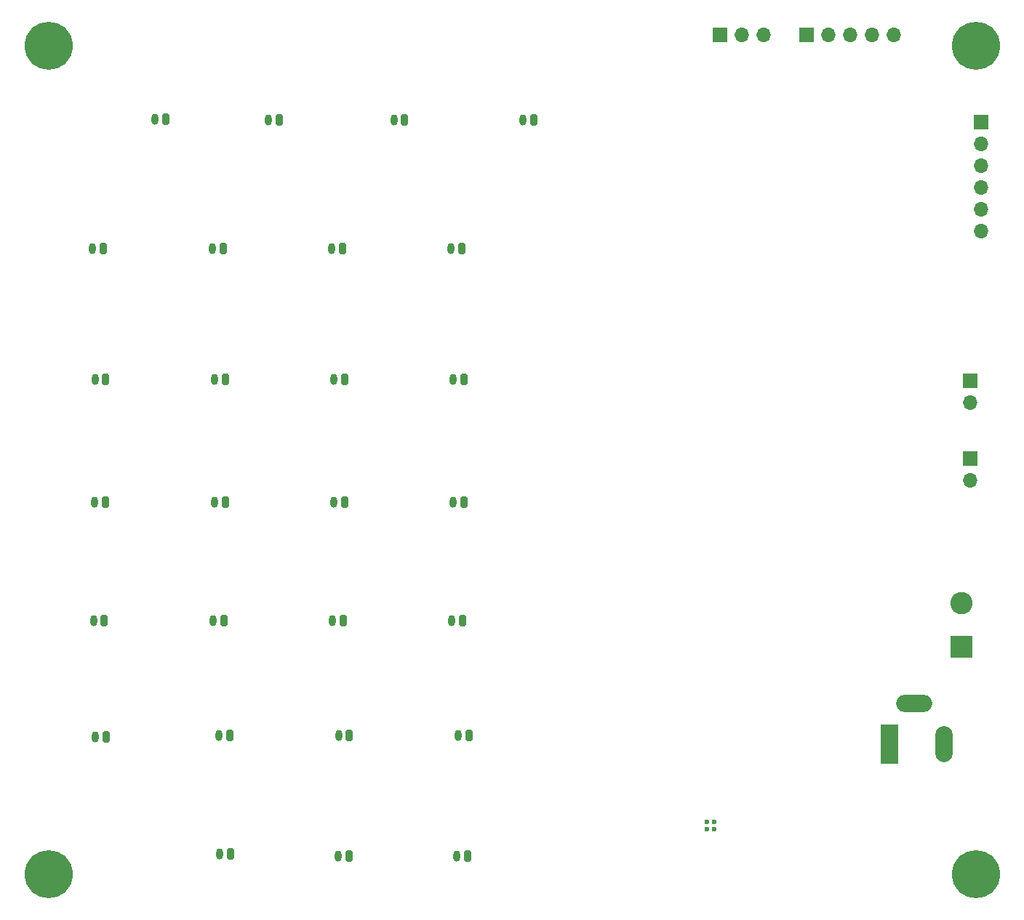
<source format=gbr>
%TF.GenerationSoftware,KiCad,Pcbnew,7.0.7*%
%TF.CreationDate,2024-01-27T11:11:08-08:00*%
%TF.ProjectId,KASM_PCB_REV1,4b41534d-5f50-4434-925f-524556312e6b,rev?*%
%TF.SameCoordinates,Original*%
%TF.FileFunction,Soldermask,Bot*%
%TF.FilePolarity,Negative*%
%FSLAX46Y46*%
G04 Gerber Fmt 4.6, Leading zero omitted, Abs format (unit mm)*
G04 Created by KiCad (PCBNEW 7.0.7) date 2024-01-27 11:11:08*
%MOMM*%
%LPD*%
G01*
G04 APERTURE LIST*
G04 Aperture macros list*
%AMRoundRect*
0 Rectangle with rounded corners*
0 $1 Rounding radius*
0 $2 $3 $4 $5 $6 $7 $8 $9 X,Y pos of 4 corners*
0 Add a 4 corners polygon primitive as box body*
4,1,4,$2,$3,$4,$5,$6,$7,$8,$9,$2,$3,0*
0 Add four circle primitives for the rounded corners*
1,1,$1+$1,$2,$3*
1,1,$1+$1,$4,$5*
1,1,$1+$1,$6,$7*
1,1,$1+$1,$8,$9*
0 Add four rect primitives between the rounded corners*
20,1,$1+$1,$2,$3,$4,$5,0*
20,1,$1+$1,$4,$5,$6,$7,0*
20,1,$1+$1,$6,$7,$8,$9,0*
20,1,$1+$1,$8,$9,$2,$3,0*%
G04 Aperture macros list end*
%ADD10RoundRect,0.200000X0.200000X0.450000X-0.200000X0.450000X-0.200000X-0.450000X0.200000X-0.450000X0*%
%ADD11O,0.800000X1.300000*%
%ADD12R,1.700000X1.700000*%
%ADD13O,1.700000X1.700000*%
%ADD14C,5.600000*%
%ADD15C,0.600000*%
%ADD16R,2.000000X4.600000*%
%ADD17O,2.000000X4.200000*%
%ADD18O,4.200000X2.000000*%
%ADD19R,2.600000X2.600000*%
%ADD20C,2.600000*%
G04 APERTURE END LIST*
D10*
%TO.C,J38*%
X116974726Y-88409616D03*
D11*
X115724726Y-88409616D03*
%TD*%
D12*
%TO.C,J7*%
X146735800Y-48260000D03*
D13*
X149275800Y-48260000D03*
X151815800Y-48260000D03*
%TD*%
D10*
%TO.C,J44*%
X89146852Y-102713200D03*
D11*
X87896852Y-102713200D03*
%TD*%
D14*
%TO.C,H2*%
X68580000Y-146050000D03*
%TD*%
D10*
%TO.C,J8*%
X75260474Y-130043600D03*
D11*
X74010474Y-130043600D03*
%TD*%
D10*
%TO.C,J40*%
X89752063Y-143658000D03*
D11*
X88502063Y-143658000D03*
%TD*%
D12*
%TO.C,J5*%
X177165000Y-58420000D03*
D13*
X177165000Y-60960000D03*
X177165000Y-63500000D03*
X177165000Y-66040000D03*
X177165000Y-68580000D03*
X177165000Y-71120000D03*
%TD*%
D10*
%TO.C,J35*%
X110046663Y-58182600D03*
D11*
X108796663Y-58182600D03*
%TD*%
D14*
%TO.C,H4*%
X176530000Y-146050000D03*
%TD*%
D10*
%TO.C,J13*%
X82215863Y-58125574D03*
D11*
X80965863Y-58125574D03*
%TD*%
D10*
%TO.C,J48*%
X102890863Y-116493589D03*
D11*
X101640863Y-116493589D03*
%TD*%
D10*
%TO.C,J43*%
X103056852Y-102713200D03*
D11*
X101806852Y-102713200D03*
%TD*%
D15*
%TO.C,U2*%
X146053701Y-140792699D03*
X146053701Y-140005299D03*
X145266301Y-140792699D03*
X145266301Y-140005299D03*
%TD*%
D10*
%TO.C,J52*%
X89693910Y-129933600D03*
D11*
X88443910Y-129933600D03*
%TD*%
D10*
%TO.C,J50*%
X95423488Y-58208000D03*
D11*
X94173488Y-58208000D03*
%TD*%
D10*
%TO.C,J56*%
X88891497Y-73138994D03*
D11*
X87641497Y-73138994D03*
%TD*%
D12*
%TO.C,J3*%
X175900000Y-97678233D03*
D13*
X175900000Y-100218233D03*
%TD*%
D10*
%TO.C,J37*%
X88980863Y-116493589D03*
D11*
X87730863Y-116493589D03*
%TD*%
D10*
%TO.C,J54*%
X75244726Y-88409616D03*
D11*
X73994726Y-88409616D03*
%TD*%
D10*
%TO.C,J41*%
X89154726Y-88409616D03*
D11*
X87904726Y-88409616D03*
%TD*%
D10*
%TO.C,J58*%
X116800863Y-116493589D03*
D11*
X115550863Y-116493589D03*
%TD*%
D10*
%TO.C,J46*%
X103603910Y-129933600D03*
D11*
X102353910Y-129933600D03*
%TD*%
D12*
%TO.C,J6*%
X156845000Y-48260000D03*
D13*
X159385000Y-48260000D03*
X161925000Y-48260000D03*
X164465000Y-48260000D03*
X167005000Y-48260000D03*
%TD*%
D10*
%TO.C,J53*%
X116711497Y-73138994D03*
D11*
X115461497Y-73138994D03*
%TD*%
D10*
%TO.C,J45*%
X103064726Y-88409616D03*
D11*
X101814726Y-88409616D03*
%TD*%
D10*
%TO.C,J42*%
X75236852Y-102713200D03*
D11*
X73986852Y-102713200D03*
%TD*%
D10*
%TO.C,J51*%
X117513910Y-129933600D03*
D11*
X116263910Y-129933600D03*
%TD*%
D10*
%TO.C,J39*%
X75070863Y-116493589D03*
D11*
X73820863Y-116493589D03*
%TD*%
D14*
%TO.C,H1*%
X68580000Y-49530000D03*
%TD*%
D16*
%TO.C,J1*%
X166497000Y-130952000D03*
D17*
X172797000Y-130952000D03*
D18*
X169397000Y-126152000D03*
%TD*%
D12*
%TO.C,J4*%
X175875000Y-88544400D03*
D13*
X175875000Y-91084400D03*
%TD*%
D10*
%TO.C,J57*%
X102801497Y-73138994D03*
D11*
X101551497Y-73138994D03*
%TD*%
D10*
%TO.C,J36*%
X103576888Y-143912000D03*
D11*
X102326888Y-143912000D03*
%TD*%
D10*
%TO.C,J59*%
X125104926Y-58182600D03*
D11*
X123854926Y-58182600D03*
%TD*%
D14*
%TO.C,H3*%
X176530000Y-49530000D03*
%TD*%
D10*
%TO.C,J55*%
X74981497Y-73138994D03*
D11*
X73731497Y-73138994D03*
%TD*%
D10*
%TO.C,J49*%
X116966852Y-102713200D03*
D11*
X115716852Y-102713200D03*
%TD*%
D19*
%TO.C,J2*%
X174853800Y-119562800D03*
D20*
X174853800Y-114482800D03*
%TD*%
D10*
%TO.C,J47*%
X117361863Y-143989555D03*
D11*
X116111863Y-143989555D03*
%TD*%
M02*

</source>
